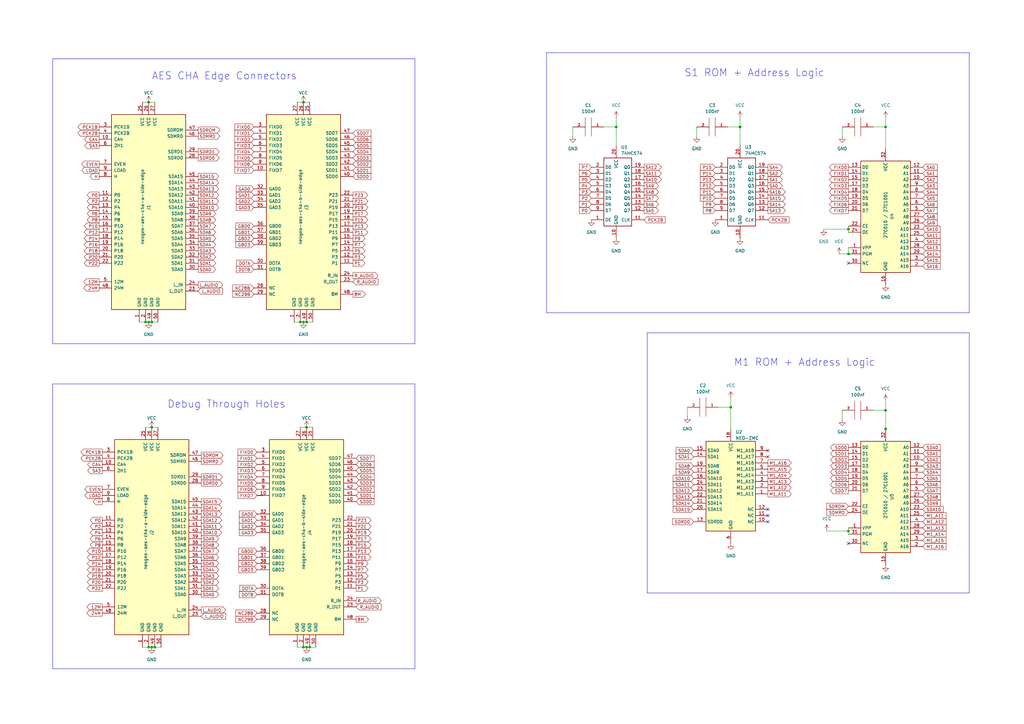
<source format=kicad_sch>
(kicad_sch (version 20230121) (generator eeschema)
  (paper "A3")
  (title_block (title "Neo Gep Diag AES CHA Board (NEO-ZMC)") (date "${REV}") (rev "${REV}"))
  (junction (at 60.96 132.08))
  (junction (at 62.23 175.26))
  (junction (at 124.46 265.43))
  (junction (at 127 265.43))
  (junction (at 62.23 132.08))
  (junction (at 363.22 168.275))
  (junction (at 125.73 132.08))
  (junction (at 123.19 132.08))
  (junction (at 124.46 41.91))
  (junction (at 62.23 265.43))
  (junction (at 363.22 175.895))
  (junction (at 125.73 265.43))
  (junction (at 363.22 52.07))
  (junction (at 347.98 104.14))
  (junction (at 63.5 265.43))
  (junction (at 60.96 41.91))
  (junction (at 125.73 175.26))
  (junction (at 59.69 132.08))
  (junction (at 60.96 265.43))
  (junction (at 252.73 52.07))
  (junction (at 347.98 93.98))
  (junction (at 303.53 52.07))
  (junction (at 299.72 167.005))
  (junction (at 124.46 132.08))
  (junction (at 347.98 217.805))
  (no_connect (at 347.98 107.95))
  (no_connect (at 314.96 208.915))
  (no_connect (at 314.96 184.785))
  (no_connect (at 347.98 222.885))
  (no_connect (at 314.96 187.325))
  (no_connect (at 314.96 213.995))
  (no_connect (at 314.96 211.455))
  (wire (pts (xy 337.82 93.98) (xy 347.98 93.98)))
  (wire (pts (xy 60.96 265.43) (xy 62.23 265.43)))
  (wire (pts (xy 339.09 217.805) (xy 347.98 217.805)))
  (wire (pts (xy 358.14 168.275) (xy 363.22 168.275)))
  (wire (pts (xy 298.45 52.07) (xy 303.53 52.07)))
  (polyline (pts (xy 170.18 274.32) (xy 21.59 274.32)) (stroke (width 0) (type solid)))
  (wire (pts (xy 344.17 104.14) (xy 347.98 104.14)))
  (wire (pts (xy 121.92 265.43) (xy 124.46 265.43)))
  (wire (pts (xy 58.42 41.91) (xy 60.96 41.91)))
  (wire (pts (xy 58.42 265.43) (xy 60.96 265.43)))
  (wire (pts (xy 63.5 265.43) (xy 66.04 265.43)))
  (wire (pts (xy 124.46 265.43) (xy 125.73 265.43)))
  (wire (pts (xy 299.72 163.195) (xy 299.72 167.005)))
  (wire (pts (xy 363.22 164.465) (xy 363.22 168.275)))
  (wire (pts (xy 127 265.43) (xy 129.54 265.43)))
  (polyline (pts (xy 21.59 24.13) (xy 170.18 24.13)) (stroke (width 0) (type solid)))
  (wire (pts (xy 60.96 41.91) (xy 63.5 41.91)))
  (polyline (pts (xy 224.155 128.27) (xy 224.155 21.59)) (stroke (width 0) (type solid)))
  (wire (pts (xy 123.19 132.08) (xy 124.46 132.08)))
  (wire (pts (xy 247.65 52.07) (xy 252.73 52.07)))
  (polyline (pts (xy 170.18 24.13) (xy 170.18 140.97)) (stroke (width 0) (type solid)))
  (polyline (pts (xy 21.59 157.48) (xy 170.18 157.48)) (stroke (width 0) (type solid)))
  (wire (pts (xy 347.98 101.6) (xy 347.98 104.14)))
  (wire (pts (xy 345.44 168.275) (xy 345.44 172.085)))
  (wire (pts (xy 358.14 52.07) (xy 363.22 52.07)))
  (wire (pts (xy 120.65 132.08) (xy 123.19 132.08)))
  (wire (pts (xy 345.44 52.07) (xy 345.44 55.88)))
  (wire (pts (xy 62.23 265.43) (xy 63.5 265.43)))
  (wire (pts (xy 347.98 216.535) (xy 347.98 217.805)))
  (wire (pts (xy 347.98 93.98) (xy 347.98 95.25)))
  (wire (pts (xy 363.22 48.26) (xy 363.22 52.07)))
  (polyline (pts (xy 265.43 243.205) (xy 265.43 136.525)) (stroke (width 0) (type solid)))
  (polyline (pts (xy 170.18 157.48) (xy 170.18 274.32)) (stroke (width 0) (type solid)))
  (wire (pts (xy 363.22 175.895) (xy 363.22 177.165)))
  (wire (pts (xy 57.15 132.08) (xy 59.69 132.08)))
  (wire (pts (xy 124.46 132.08) (xy 125.73 132.08)))
  (polyline (pts (xy 265.43 136.525) (xy 397.51 136.525)) (stroke (width 0) (type solid)))
  (polyline (pts (xy 224.155 21.59) (xy 397.51 21.59)) (stroke (width 0) (type solid)))
  (wire (pts (xy 281.94 167.005) (xy 281.94 170.815)))
  (wire (pts (xy 234.95 52.07) (xy 234.95 55.88)))
  (polyline (pts (xy 397.51 128.27) (xy 397.51 21.59)) (stroke (width 0) (type solid)))
  (wire (pts (xy 363.22 168.275) (xy 363.22 175.895)))
  (polyline (pts (xy 21.59 24.13) (xy 21.59 140.97)) (stroke (width 0) (type solid)))
  (wire (pts (xy 62.23 132.08) (xy 64.77 132.08)))
  (wire (pts (xy 125.73 175.26) (xy 128.27 175.26)))
  (wire (pts (xy 125.73 265.43) (xy 127 265.43)))
  (wire (pts (xy 294.64 167.005) (xy 299.72 167.005)))
  (wire (pts (xy 60.96 132.08) (xy 62.23 132.08)))
  (wire (pts (xy 62.23 175.26) (xy 64.77 175.26)))
  (wire (pts (xy 121.92 41.91) (xy 124.46 41.91)))
  (wire (pts (xy 303.53 52.07) (xy 303.53 59.69)))
  (polyline (pts (xy 224.155 128.27) (xy 397.51 128.27)) (stroke (width 0) (type solid)))
  (wire (pts (xy 285.75 52.07) (xy 285.75 55.88)))
  (wire (pts (xy 299.72 167.005) (xy 299.72 175.895)))
  (wire (pts (xy 347.98 217.805) (xy 347.98 219.075)))
  (wire (pts (xy 123.19 175.26) (xy 125.73 175.26)))
  (wire (pts (xy 125.73 132.08) (xy 128.27 132.08)))
  (polyline (pts (xy 170.18 140.97) (xy 21.59 140.97)) (stroke (width 0) (type solid)))
  (wire (pts (xy 303.53 48.26) (xy 303.53 52.07)))
  (wire (pts (xy 363.22 52.07) (xy 363.22 60.96)))
  (wire (pts (xy 59.69 132.08) (xy 60.96 132.08)))
  (polyline (pts (xy 21.59 157.48) (xy 21.59 274.32)) (stroke (width 0) (type solid)))
  (polyline (pts (xy 397.51 243.205) (xy 397.51 136.525)) (stroke (width 0) (type solid)))
  (wire (pts (xy 347.98 92.71) (xy 347.98 93.98)))
  (wire (pts (xy 252.73 48.26) (xy 252.73 52.07)))
  (wire (pts (xy 252.73 52.07) (xy 252.73 59.69)))
  (polyline (pts (xy 265.43 243.205) (xy 397.51 243.205)) (stroke (width 0) (type solid)))
  (wire (pts (xy 124.46 41.91) (xy 127 41.91)))
  (wire (pts (xy 59.69 175.26) (xy 62.23 175.26)))
  (text "S1 ROM + Address Logic" (at 280.67 31.75 0) (effects (font (size 3 3)) (justify left bottom)))
  (text "M1 ROM + Address Logic" (at 300.99 150.495 0) (effects (font (size 3 3)) (justify left bottom)))
  (text "Debug Through Holes" (at 68.58 167.64 0) (effects (font (size 3 3)) (justify left bottom)))
  (text "AES CHA Edge Connectors" (at 62.23 33.02 0) (effects (font (size 3 3)) (justify left bottom)))
  (global_label "SDRD0" (shape output) (at 82.55 198.12 0) (property "Intersheetrefs" "${INTERSHEET_REFS}" (effects hide)))
  (global_label "PCK2B" (shape input) (at 264.16 90.17 0) (property "Intersheetrefs" "${INTERSHEET_REFS}" (effects hide)))
  (global_label "FIXD4" (shape output) (at 347.98 78.74 180) (property "Intersheetrefs" "${INTERSHEET_REFS}" (effects hide)))
  (global_label "GAD1" (shape input) (at 105.41 213.36 180) (property "Intersheetrefs" "${INTERSHEET_REFS}" (effects hide)))
  (global_label "P5" (shape output) (at 144.78 102.87 0) (property "Intersheetrefs" "${INTERSHEET_REFS}" (effects hide)))
  (global_label "SA13" (shape output) (at 314.96 86.36 0) (property "Intersheetrefs" "${INTERSHEET_REFS}" (effects hide)))
  (global_label "P6" (shape output) (at 40.64 87.63 180) (property "Intersheetrefs" "${INTERSHEET_REFS}" (effects hide)))
  (global_label "P12" (shape output) (at 40.64 95.25 180) (property "Intersheetrefs" "${INTERSHEET_REFS}" (effects hide)))
  (global_label "R_AUDIO" (shape output) (at 144.78 113.03 0) (property "Intersheetrefs" "${INTERSHEET_REFS}" (effects hide)))
  (global_label "SA11" (shape input) (at 378.46 96.52 0) (property "Intersheetrefs" "${INTERSHEET_REFS}" (effects hide)))
  (global_label "DOTB" (shape input) (at 105.41 243.84 180) (property "Intersheetrefs" "${INTERSHEET_REFS}" (effects hide)))
  (global_label "SDD0" (shape input) (at 144.78 72.39 0) (property "Intersheetrefs" "${INTERSHEET_REFS}" (effects hide)))
  (global_label "SDMRD" (shape output) (at 81.28 55.88 0) (property "Intersheetrefs" "${INTERSHEET_REFS}" (effects hide)))
  (global_label "SA1" (shape output) (at 314.96 73.66 0) (property "Intersheetrefs" "${INTERSHEET_REFS}" (effects hide)))
  (global_label "P4" (shape input) (at 242.57 76.2 180) (property "Intersheetrefs" "${INTERSHEET_REFS}" (effects hide)))
  (global_label "GBD3" (shape input) (at 105.41 233.68 180) (property "Intersheetrefs" "${INTERSHEET_REFS}" (effects hide)))
  (global_label "H" (shape output) (at 40.64 72.39 180) (property "Intersheetrefs" "${INTERSHEET_REFS}" (effects hide)))
  (global_label "P20" (shape output) (at 41.91 238.76 180) (property "Intersheetrefs" "${INTERSHEET_REFS}" (effects hide)))
  (global_label "GAD3" (shape input) (at 105.41 218.44 180) (property "Intersheetrefs" "${INTERSHEET_REFS}" (effects hide)))
  (global_label "SA6" (shape output) (at 264.16 83.82 0) (property "Intersheetrefs" "${INTERSHEET_REFS}" (effects hide)))
  (global_label "GBD1" (shape input) (at 105.41 228.6 180) (property "Intersheetrefs" "${INTERSHEET_REFS}" (effects hide)))
  (global_label "SDD3" (shape input) (at 146.05 198.12 0) (property "Intersheetrefs" "${INTERSHEET_REFS}" (effects hide)))
  (global_label "SA14" (shape output) (at 314.96 83.82 0) (property "Intersheetrefs" "${INTERSHEET_REFS}" (effects hide)))
  (global_label "SA11" (shape output) (at 264.16 71.12 0) (property "Intersheetrefs" "${INTERSHEET_REFS}" (effects hide)))
  (global_label "SA2" (shape output) (at 314.96 71.12 0) (property "Intersheetrefs" "${INTERSHEET_REFS}" (effects hide)))
  (global_label "SDA2" (shape output) (at 82.55 238.76 0) (property "Intersheetrefs" "${INTERSHEET_REFS}" (effects hide)))
  (global_label "DOTA" (shape input) (at 104.14 107.95 180) (property "Intersheetrefs" "${INTERSHEET_REFS}" (effects hide)))
  (global_label "P7" (shape input) (at 242.57 68.58 180) (property "Intersheetrefs" "${INTERSHEET_REFS}" (effects hide)))
  (global_label "SDA15" (shape output) (at 82.55 205.74 0) (property "Intersheetrefs" "${INTERSHEET_REFS}" (effects hide)))
  (global_label "M1_A15" (shape output) (at 314.96 192.405 0) (property "Intersheetrefs" "${INTERSHEET_REFS}" (effects hide)))
  (global_label "SA15" (shape output) (at 314.96 81.28 0) (property "Intersheetrefs" "${INTERSHEET_REFS}" (effects hide)))
  (global_label "GAD0" (shape input) (at 105.41 210.82 180) (property "Intersheetrefs" "${INTERSHEET_REFS}" (effects hide)))
  (global_label "H" (shape output) (at 41.91 205.74 180) (property "Intersheetrefs" "${INTERSHEET_REFS}" (effects hide)))
  (global_label "P23" (shape output) (at 144.78 80.01 0) (property "Intersheetrefs" "${INTERSHEET_REFS}" (effects hide)))
  (global_label "GAD0" (shape input) (at 104.14 77.47 180) (property "Intersheetrefs" "${INTERSHEET_REFS}" (effects hide)))
  (global_label "SDD0" (shape output) (at 347.98 183.515 180) (property "Intersheetrefs" "${INTERSHEET_REFS}" (effects hide)))
  (global_label "GAD3" (shape input) (at 104.14 85.09 180) (property "Intersheetrefs" "${INTERSHEET_REFS}" (effects hide)))
  (global_label "L_AUDIO" (shape input) (at 81.28 119.38 0) (property "Intersheetrefs" "${INTERSHEET_REFS}" (effects hide)))
  (global_label "GAD2" (shape input) (at 104.14 82.55 180) (property "Intersheetrefs" "${INTERSHEET_REFS}" (effects hide)))
  (global_label "SDD6" (shape output) (at 347.98 198.755 180) (property "Intersheetrefs" "${INTERSHEET_REFS}" (effects hide)))
  (global_label "NC29B" (shape input) (at 104.14 120.65 180) (property "Intersheetrefs" "${INTERSHEET_REFS}" (effects hide)))
  (global_label "SDA14" (shape output) (at 81.28 74.93 0) (property "Intersheetrefs" "${INTERSHEET_REFS}" (effects hide)))
  (global_label "FIXD1" (shape output) (at 347.98 71.12 180) (property "Intersheetrefs" "${INTERSHEET_REFS}" (effects hide)))
  (global_label "SA3" (shape output) (at 41.91 193.04 180) (property "Intersheetrefs" "${INTERSHEET_REFS}" (effects hide)))
  (global_label "FIXD7" (shape output) (at 347.98 86.36 180) (property "Intersheetrefs" "${INTERSHEET_REFS}" (effects hide)))
  (global_label "SA3" (shape input) (at 378.46 76.2 0) (property "Intersheetrefs" "${INTERSHEET_REFS}" (effects hide)))
  (global_label "SDD7" (shape input) (at 146.05 187.96 0) (property "Intersheetrefs" "${INTERSHEET_REFS}" (effects hide)))
  (global_label "NC29B" (shape input) (at 105.41 254 180) (property "Intersheetrefs" "${INTERSHEET_REFS}" (effects hide)))
  (global_label "M1_A12" (shape input) (at 378.46 213.995 0) (property "Intersheetrefs" "${INTERSHEET_REFS}" (effects hide)))
  (global_label "P12" (shape output) (at 41.91 228.6 180) (property "Intersheetrefs" "${INTERSHEET_REFS}" (effects hide)))
  (global_label "SDA11" (shape output) (at 81.28 82.55 0) (property "Intersheetrefs" "${INTERSHEET_REFS}" (effects hide)))
  (global_label "DOTA" (shape input) (at 105.41 241.3 180) (property "Intersheetrefs" "${INTERSHEET_REFS}" (effects hide)))
  (global_label "FIXD5" (shape input) (at 104.14 64.77 180) (property "Intersheetrefs" "${INTERSHEET_REFS}" (effects hide)))
  (global_label "SDA11" (shape output) (at 82.55 215.9 0) (property "Intersheetrefs" "${INTERSHEET_REFS}" (effects hide)))
  (global_label "SDA0" (shape output) (at 82.55 243.84 0) (property "Intersheetrefs" "${INTERSHEET_REFS}" (effects hide)))
  (global_label "L_AUDIO" (shape input) (at 82.55 252.73 0) (property "Intersheetrefs" "${INTERSHEET_REFS}" (effects hide)))
  (global_label "GBD1" (shape input) (at 104.14 95.25 180) (property "Intersheetrefs" "${INTERSHEET_REFS}" (effects hide)))
  (global_label "SDA9" (shape output) (at 82.55 220.98 0) (property "Intersheetrefs" "${INTERSHEET_REFS}" (effects hide)))
  (global_label "P9" (shape output) (at 146.05 231.14 0) (property "Intersheetrefs" "${INTERSHEET_REFS}" (effects hide)))
  (global_label "P1" (shape output) (at 146.05 241.3 0) (property "Intersheetrefs" "${INTERSHEET_REFS}" (effects hide)))
  (global_label "P8" (shape output) (at 41.91 223.52 180) (property "Intersheetrefs" "${INTERSHEET_REFS}" (effects hide)))
  (global_label "EVEN" (shape output) (at 41.91 200.66 180) (property "Intersheetrefs" "${INTERSHEET_REFS}" (effects hide)))
  (global_label "P13" (shape output) (at 144.78 92.71 0) (property "Intersheetrefs" "${INTERSHEET_REFS}" (effects hide)))
  (global_label "SDA10" (shape output) (at 81.28 85.09 0) (property "Intersheetrefs" "${INTERSHEET_REFS}" (effects hide)))
  (global_label "PCK1B" (shape output) (at 40.64 52.07 180) (property "Intersheetrefs" "${INTERSHEET_REFS}" (effects hide)))
  (global_label "FIXD6" (shape input) (at 104.14 67.31 180) (property "Intersheetrefs" "${INTERSHEET_REFS}" (effects hide)))
  (global_label "P7" (shape output) (at 144.78 100.33 0) (property "Intersheetrefs" "${INTERSHEET_REFS}" (effects hide)))
  (global_label "P17" (shape output) (at 144.78 87.63 0) (property "Intersheetrefs" "${INTERSHEET_REFS}" (effects hide)))
  (global_label "P18" (shape output) (at 41.91 236.22 180) (property "Intersheetrefs" "${INTERSHEET_REFS}" (effects hide)))
  (global_label "P10" (shape output) (at 41.91 226.06 180) (property "Intersheetrefs" "${INTERSHEET_REFS}" (effects hide)))
  (global_label "SA13" (shape input) (at 378.46 101.6 0) (property "Intersheetrefs" "${INTERSHEET_REFS}" (effects hide)))
  (global_label "SA4" (shape output) (at 314.96 68.58 0) (property "Intersheetrefs" "${INTERSHEET_REFS}" (effects hide)))
  (global_label "GAD1" (shape input) (at 104.14 80.01 180) (property "Intersheetrefs" "${INTERSHEET_REFS}" (effects hide)))
  (global_label "P18" (shape output) (at 40.64 102.87 180) (property "Intersheetrefs" "${INTERSHEET_REFS}" (effects hide)))
  (global_label "SDA8" (shape input) (at 284.48 191.135 180) (property "Intersheetrefs" "${INTERSHEET_REFS}" (effects hide)))
  (global_label "SDD2" (shape input) (at 146.05 200.66 0) (property "Intersheetrefs" "${INTERSHEET_REFS}" (effects hide)))
  (global_label "SDRD1" (shape output) (at 82.55 195.58 0) (property "Intersheetrefs" "${INTERSHEET_REFS}" (effects hide)))
  (global_label "12M" (shape output) (at 41.91 248.92 180) (property "Intersheetrefs" "${INTERSHEET_REFS}" (effects hide)))
  (global_label "SA2" (shape input) (at 378.46 73.66 0) (property "Intersheetrefs" "${INTERSHEET_REFS}" (effects hide)))
  (global_label "SDA8" (shape output) (at 81.28 90.17 0) (property "Intersheetrefs" "${INTERSHEET_REFS}" (effects hide)))
  (global_label "P12" (shape input) (at 293.37 76.2 180) (property "Intersheetrefs" "${INTERSHEET_REFS}" (effects hide)))
  (global_label "LOAD" (shape output) (at 40.64 69.85 180) (property "Intersheetrefs" "${INTERSHEET_REFS}" (effects hide)))
  (global_label "P8" (shape output) (at 40.64 90.17 180) (property "Intersheetrefs" "${INTERSHEET_REFS}" (effects hide)))
  (global_label "FIXD4" (shape input) (at 105.41 195.58 180) (property "Intersheetrefs" "${INTERSHEET_REFS}" (effects hide)))
  (global_label "GBD3" (shape input) (at 104.14 100.33 180) (property "Intersheetrefs" "${INTERSHEET_REFS}" (effects hide)))
  (global_label "SDD7" (shape output) (at 347.98 201.295 180) (property "Intersheetrefs" "${INTERSHEET_REFS}" (effects hide)))
  (global_label "SDD1" (shape output) (at 347.98 186.055 180) (property "Intersheetrefs" "${INTERSHEET_REFS}" (effects hide)))
  (global_label "SDMRD" (shape output) (at 82.55 189.23 0) (property "Intersheetrefs" "${INTERSHEET_REFS}" (effects hide)))
  (global_label "P3" (shape input) (at 242.57 78.74 180) (property "Intersheetrefs" "${INTERSHEET_REFS}" (effects hide)))
  (global_label "SDD0" (shape input) (at 146.05 205.74 0) (property "Intersheetrefs" "${INTERSHEET_REFS}" (effects hide)))
  (global_label "SDA0" (shape output) (at 81.28 110.49 0) (property "Intersheetrefs" "${INTERSHEET_REFS}" (effects hide)))
  (global_label "SDD6" (shape input) (at 146.05 190.5 0) (property "Intersheetrefs" "${INTERSHEET_REFS}" (effects hide)))
  (global_label "SA16" (shape output) (at 314.96 78.74 0) (property "Intersheetrefs" "${INTERSHEET_REFS}" (effects hide)))
  (global_label "FIXD4" (shape input) (at 104.14 62.23 180) (property "Intersheetrefs" "${INTERSHEET_REFS}" (effects hide)))
  (global_label "SDD1" (shape input) (at 144.78 69.85 0) (property "Intersheetrefs" "${INTERSHEET_REFS}" (effects hide)))
  (global_label "SDA14" (shape output) (at 82.55 208.28 0) (property "Intersheetrefs" "${INTERSHEET_REFS}" (effects hide)))
  (global_label "SDA6" (shape output) (at 81.28 95.25 0) (property "Intersheetrefs" "${INTERSHEET_REFS}" (effects hide)))
  (global_label "NC28B" (shape input) (at 104.14 118.11 180) (property "Intersheetrefs" "${INTERSHEET_REFS}" (effects hide)))
  (global_label "M1_A12" (shape output) (at 314.96 200.025 0) (property "Intersheetrefs" "${INTERSHEET_REFS}" (effects hide)))
  (global_label "P11" (shape output) (at 146.05 228.6 0) (property "Intersheetrefs" "${INTERSHEET_REFS}" (effects hide)))
  (global_label "SDA5" (shape output) (at 81.28 97.79 0) (property "Intersheetrefs" "${INTERSHEET_REFS}" (effects hide)))
  (global_label "FIXD2" (shape output) (at 347.98 73.66 180) (property "Intersheetrefs" "${INTERSHEET_REFS}" (effects hide)))
  (global_label "SDA2" (shape input) (at 378.46 188.595 0) (property "Intersheetrefs" "${INTERSHEET_REFS}" (effects hide)))
  (global_label "SDD3" (shape input) (at 144.78 64.77 0) (property "Intersheetrefs" "${INTERSHEET_REFS}" (effects hide)))
  (global_label "SDA10" (shape output) (at 82.55 218.44 0) (property "Intersheetrefs" "${INTERSHEET_REFS}" (effects hide)))
  (global_label "FIXD5" (shape output) (at 347.98 81.28 180) (property "Intersheetrefs" "${INTERSHEET_REFS}" (effects hide)))
  (global_label "SDA9" (shape output) (at 81.28 87.63 0) (property "Intersheetrefs" "${INTERSHEET_REFS}" (effects hide)))
  (global_label "SDA10" (shape input) (at 284.48 196.215 180) (property "Intersheetrefs" "${INTERSHEET_REFS}" (effects hide)))
  (global_label "SDD5" (shape input) (at 144.78 59.69 0) (property "Intersheetrefs" "${INTERSHEET_REFS}" (effects hide)))
  (global_label "SA10" (shape input) (at 378.46 93.98 0) (property "Intersheetrefs" "${INTERSHEET_REFS}" (effects hide)))
  (global_label "SDA15" (shape input) (at 284.48 208.915 180) (property "Intersheetrefs" "${INTERSHEET_REFS}" (effects hide)))
  (global_label "SDA3" (shape input) (at 378.46 191.135 0) (property "Intersheetrefs" "${INTERSHEET_REFS}" (effects hide)))
  (global_label "SA15" (shape input) (at 378.46 106.68 0) (property "Intersheetrefs" "${INTERSHEET_REFS}" (effects hide)))
  (global_label "SA9" (shape output) (at 264.16 76.2 0) (property "Intersheetrefs" "${INTERSHEET_REFS}" (effects hide)))
  (global_label "SA9" (shape input) (at 378.46 91.44 0) (property "Intersheetrefs" "${INTERSHEET_REFS}" (effects hide)))
  (global_label "SDA3" (shape output) (at 82.55 236.22 0) (property "Intersheetrefs" "${INTERSHEET_REFS}" (effects hide)))
  (global_label "P3" (shape output) (at 144.78 105.41 0) (property "Intersheetrefs" "${INTERSHEET_REFS}" (effects hide)))
  (global_label "SDD1" (shape input) (at 146.05 203.2 0) (property "Intersheetrefs" "${INTERSHEET_REFS}" (effects hide)))
  (global_label "P22" (shape output) (at 41.91 241.3 180) (property "Intersheetrefs" "${INTERSHEET_REFS}" (effects hide)))
  (global_label "P2" (shape output) (at 40.64 82.55 180) (property "Intersheetrefs" "${INTERSHEET_REFS}" (effects hide)))
  (global_label "FIXD3" (shape input) (at 104.14 59.69 180) (property "Intersheetrefs" "${INTERSHEET_REFS}" (effects hide)))
  (global_label "P14" (shape input) (at 293.37 71.12 180) (property "Intersheetrefs" "${INTERSHEET_REFS}" (effects hide)))
  (global_label "24M" (shape output) (at 41.91 251.46 180) (property "Intersheetrefs" "${INTERSHEET_REFS}" (effects hide)))
  (global_label "SDA1" (shape input) (at 284.48 187.325 180) (property "Intersheetrefs" "${INTERSHEET_REFS}" (effects hide)))
  (global_label "M1_A13" (shape input) (at 378.46 216.535 0) (property "Intersheetrefs" "${INTERSHEET_REFS}" (effects hide)))
  (global_label "SA5" (shape input) (at 378.46 81.28 0) (property "Intersheetrefs" "${INTERSHEET_REFS}" (effects hide)))
  (global_label "R_AUDIO" (shape input) (at 144.78 115.57 0) (property "Intersheetrefs" "${INTERSHEET_REFS}" (effects hide)))
  (global_label "SA8" (shape output) (at 264.16 78.74 0) (property "Intersheetrefs" "${INTERSHEET_REFS}" (effects hide)))
  (global_label "P4" (shape output) (at 41.91 218.44 180) (property "Intersheetrefs" "${INTERSHEET_REFS}" (effects hide)))
  (global_label "SA4" (shape input) (at 378.46 78.74 0) (property "Intersheetrefs" "${INTERSHEET_REFS}" (effects hide)))
  (global_label "SDA1" (shape input) (at 378.46 186.055 0) (property "Intersheetrefs" "${INTERSHEET_REFS}" (effects hide)))
  (global_label "FIXD1" (shape input) (at 105.41 187.96 180) (property "Intersheetrefs" "${INTERSHEET_REFS}" (effects hide)))
  (global_label "SDA7" (shape input) (at 378.46 201.295 0) (property "Intersheetrefs" "${INTERSHEET_REFS}" (effects hide)))
  (global_label "PCK1B" (shape output) (at 41.91 185.42 180) (property "Intersheetrefs" "${INTERSHEET_REFS}" (effects hide)))
  (global_label "P19" (shape output) (at 144.78 85.09 0) (property "Intersheetrefs" "${INTERSHEET_REFS}" (effects hide)))
  (global_label "P13" (shape input) (at 293.37 73.66 180) (property "Intersheetrefs" "${INTERSHEET_REFS}" (effects hide)))
  (global_label "SA6" (shape input) (at 378.46 83.82 0) (property "Intersheetrefs" "${INTERSHEET_REFS}" (effects hide)))
  (global_label "SDA6" (shape output) (at 82.55 228.6 0) (property "Intersheetrefs" "${INTERSHEET_REFS}" (effects hide)))
  (global_label "SA10" (shape output) (at 264.16 73.66 0) (property "Intersheetrefs" "${INTERSHEET_REFS}" (effects hide)))
  (global_label "PCK2B" (shape output) (at 41.91 187.96 180) (property "Intersheetrefs" "${INTERSHEET_REFS}" (effects hide)))
  (global_label "FIXD5" (shape input) (at 105.41 198.12 180) (property "Intersheetrefs" "${INTERSHEET_REFS}" (effects hide)))
  (global_label "P16" (shape output) (at 41.91 233.68 180) (property "Intersheetrefs" "${INTERSHEET_REFS}" (effects hide)))
  (global_label "SDRD1" (shape output) (at 81.28 62.23 0) (property "Intersheetrefs" "${INTERSHEET_REFS}" (effects hide)))
  (global_label "M1_A11" (shape input) (at 378.46 211.455 0) (property "Intersheetrefs" "${INTERSHEET_REFS}" (effects hide)))
  (global_label "SDROM" (shape output) (at 82.55 186.69 0) (property "Intersheetrefs" "${INTERSHEET_REFS}" (effects hide)))
  (global_label "24M" (shape output) (at 40.64 118.11 180) (property "Intersheetrefs" "${INTERSHEET_REFS}" (effects hide)))
  (global_label "SDA2" (shape output) (at 81.28 105.41 0) (property "Intersheetrefs" "${INTERSHEET_REFS}" (effects hide)))
  (global_label "SDA11" (shape input) (at 284.48 198.755 180) (property "Intersheetrefs" "${INTERSHEET_REFS}" (effects hide)))
  (global_label "SDMRD" (shape input) (at 347.98 210.185 180) (property "Intersheetrefs" "${INTERSHEET_REFS}" (effects hide)))
  (global_label "SDA5" (shape input) (at 378.46 196.215 0) (property "Intersheetrefs" "${INTERSHEET_REFS}" (effects hide)))
  (global_label "P22" (shape output) (at 40.64 107.95 180) (property "Intersheetrefs" "${INTERSHEET_REFS}" (effects hide)))
  (global_label "NC28B" (shape input) (at 105.41 251.46 180) (property "Intersheetrefs" "${INTERSHEET_REFS}" (effects hide)))
  (global_label "FIXD7" (shape input) (at 104.14 69.85 180) (property "Intersheetrefs" "${INTERSHEET_REFS}" (effects hide)))
  (global_label "SA7" (shape input) (at 378.46 86.36 0) (property "Intersheetrefs" "${INTERSHEET_REFS}" (effects hide)))
  (global_label "GBD2" (shape input) (at 105.41 231.14 180) (property "Intersheetrefs" "${INTERSHEET_REFS}" (effects hide)))
  (global_label "SA1" (shape input) (at 378.46 71.12 0) (property "Intersheetrefs" "${INTERSHEET_REFS}" (effects hide)))
  (global_label "SDA8" (shape output) (at 82.55 223.52 0) (property "Intersheetrefs" "${INTERSHEET_REFS}" (effects hide)))
  (global_label "P16" (shape output) (at 40.64 100.33 180) (property "Intersheetrefs" "${INTERSHEET_REFS}" (effects hide)))
  (global_label "M1_A11" (shape output) (at 314.96 202.565 0) (property "Intersheetrefs" "${INTERSHEET_REFS}" (effects hide)))
  (global_label "SDA10" (shape input) (at 378.46 208.915 0) (property "Intersheetrefs" "${INTERSHEET_REFS}" (effects hide)))
  (global_label "SDA12" (shape output) (at 82.55 213.36 0) (property "Intersheetrefs" "${INTERSHEET_REFS}" (effects hide)))
  (global_label "SDA9" (shape input) (at 378.46 206.375 0) (property "Intersheetrefs" "${INTERSHEET_REFS}" (effects hide)))
  (global_label "P17" (shape output) (at 146.05 220.98 0) (property "Intersheetrefs" "${INTERSHEET_REFS}" (effects hide)))
  (global_label "SDA4" (shape output) (at 82.55 233.68 0) (property "Intersheetrefs" "${INTERSHEET_REFS}" (effects hide)))
  (global_label "SDA0" (shape input) (at 378.46 183.515 0) (property "Intersheetrefs" "${INTERSHEET_REFS}" (effects hide)))
  (global_label "P6" (shape output) (at 41.91 220.98 180) (property "Intersheetrefs" "${INTERSHEET_REFS}" (effects hide)))
  (global_label "SDA4" (shape input) (at 378.46 193.675 0) (property "Intersheetrefs" "${INTERSHEET_REFS}" (effects hide)))
  (global_label "M1_A14" (shape output) (at 314.96 194.945 0) (property "Intersheetrefs" "${INTERSHEET_REFS}" (effects hide)))
  (global_label "P21" (shape output) (at 146.05 215.9 0) (property "Intersheetrefs" "${INTERSHEET_REFS}" (effects hide)))
  (global_label "SDA12" (shape input) (at 284.48 201.295 180) (property "Intersheetrefs" "${INTERSHEET_REFS}" (effects hide)))
  (global_label "P13" (shape output) (at 146.05 226.06 0) (property "Intersheetrefs" "${INTERSHEET_REFS}" (effects hide)))
  (global_label "SDA7" (shape output) (at 81.28 92.71 0) (property "Intersheetrefs" "${INTERSHEET_REFS}" (effects hide)))
  (global_label "SDROM" (shape output) (at 81.28 53.34 0) (property "Intersheetrefs" "${INTERSHEET_REFS}" (effects hide)))
  (global_label "SA12" (shape output) (at 264.16 68.58 0) (property "Intersheetrefs" "${INTERSHEET_REFS}" (effects hide)))
  (global_label "SDA4" (shape output) (at 81.28 100.33 0) (property "Intersheetrefs" "${INTERSHEET_REFS}" (effects hide)))
  (global_label "SDD5" (shape output) (at 347.98 196.215 180) (property "Intersheetrefs" "${INTERSHEET_REFS}" (effects hide)))
  (global_label "P14" (shape output) (at 40.64 97.79 180) (property "Intersheetrefs" "${INTERSHEET_REFS}" (effects hide)))
  (global_label "P3" (shape output) (at 146.05 238.76 0) (property "Intersheetrefs" "${INTERSHEET_REFS}" (effects hide)))
  (global_label "SDA9" (shape input) (at 284.48 193.675 180) (property "Intersheetrefs" "${INTERSHEET_REFS}" (effects hide)))
  (global_label "DOTB" (shape input) (at 104.14 110.49 180) (property "Intersheetrefs" "${INTERSHEET_REFS}" (effects hide)))
  (global_label "SDRD0" (shape output) (at 81.28 64.77 0) (property "Intersheetrefs" "${INTERSHEET_REFS}" (effects hide)))
  (global_label "P2" (shape output) (at 41.91 215.9 180) (property "Intersheetrefs" "${INTERSHEET_REFS}" (effects hide)))
  (global_label "P11" (shape input) (at 293.37 78.74 180) (property "Intersheetrefs" "${INTERSHEET_REFS}" (effects hide)))
  (global_label "SA0" (shape output) (at 314.96 76.2 0) (property "Intersheetrefs" "${INTERSHEET_REFS}" (effects hide)))
  (global_label "SDA1" (shape output) (at 82.55 241.3 0) (property "Intersheetrefs" "${INTERSHEET_REFS}" (effects hide)))
  (global_label "SA5" (shape output) (at 264.16 86.36 0) (property "Intersheetrefs" "${INTERSHEET_REFS}" (effects hide)))
  (global_label "P21" (shape output) (at 144.78 82.55 0) (property "Intersheetrefs" "${INTERSHEET_REFS}" (effects hide)))
  (global_label "L_AUDIO" (shape output) (at 81.28 116.84 0) (property "Intersheetrefs" "${INTERSHEET_REFS}" (effects hide)))
  (global_label "M1_A13" (shape output) (at 314.96 197.485 0) (property "Intersheetrefs" "${INTERSHEET_REFS}" (effects hide)))
  (global_label "GBD0" (shape input) (at 104.14 92.71 180) (property "Intersheetrefs" "${INTERSHEET_REFS}" (effects hide)))
  (global_label "FIXD2" (shape input) (at 104.14 57.15 180) (property "Intersheetrefs" "${INTERSHEET_REFS}" (effects hide)))
  (global_label "P9" (shape input) (at 293.37 83.82 180) (property "Intersheetrefs" "${INTERSHEET_REFS}" (effects hide)))
  (global_label "SDD2" (shape output) (at 347.98 188.595 180) (property "Intersheetrefs" "${INTERSHEET_REFS}" (effects hide)))
  (global_label "P0" (shape input) (at 242.57 86.36 180) (property "Intersheetrefs" "${INTERSHEET_REFS}" (effects hide)))
  (global_label "FIXD6" (shape input) (at 105.41 200.66 180) (property "Intersheetrefs" "${INTERSHEET_REFS}" (effects hide)))
  (global_label "SDA6" (shape input) (at 378.46 198.755 0) (property "Intersheetrefs" "${INTERSHEET_REFS}" (effects hide)))
  (global_label "P15" (shape output) (at 146.05 223.52 0) (property "Intersheetrefs" "${INTERSHEET_REFS}" (effects hide)))
  (global_label "P10" (shape input) (at 293.37 81.28 180) (property "Intersheetrefs" "${INTERSHEET_REFS}" (effects hide)))
  (global_label "P11" (shape output) (at 144.78 95.25 0) (property "Intersheetrefs" "${INTERSHEET_REFS}" (effects hide)))
  (global_label "FIXD0" (shape input) (at 104.14 52.07 180) (property "Intersheetrefs" "${INTERSHEET_REFS}" (effects hide)))
  (global_label "SA3" (shape output) (at 40.64 59.69 180) (property "Intersheetrefs" "${INTERSHEET_REFS}" (effects hide)))
  (global_label "FIXD6" (shape output) (at 347.98 83.82 180) (property "Intersheetrefs" "${INTERSHEET_REFS}" (effects hide)))
  (global_label "12M" (shape output) (at 40.64 115.57 180) (property "Intersheetrefs" "${INTERSHEET_REFS}" (effects hide)))
  (global_label "P8" (shape input) (at 293.37 86.36 180) (property "Intersheetrefs" "${INTERSHEET_REFS}" (effects hide)))
  (global_label "SDD4" (shape input) (at 144.78 62.23 0) (property "Intersheetrefs" "${INTERSHEET_REFS}" (effects hide)))
  (global_label "P23" (shape output) (at 146.05 213.36 0) (property "Intersheetrefs" "${INTERSHEET_REFS}" (effects hide)))
  (global_label "R_AUDIO" (shape output) (at 146.05 246.38 0) (property "Intersheetrefs" "${INTERSHEET_REFS}" (effects hide)))
  (global_label "FIXD7" (shape input) (at 105.41 203.2 180) (property "Intersheetrefs" "${INTERSHEET_REFS}" (effects hide)))
  (global_label "P9" (shape output) (at 144.78 97.79 0) (property "Intersheetrefs" "${INTERSHEET_REFS}" (effects hide)))
  (global_label "GBD0" (shape input) (at 105.41 226.06 180) (property "Intersheetrefs" "${INTERSHEET_REFS}" (effects hide)))
  (global_label "SDA8" (shape input) (at 378.46 203.835 0) (property "Intersheetrefs" "${INTERSHEET_REFS}" (effects hide)))
  (global_label "P14" (shape output) (at 41.91 231.14 180) (property "Intersheetrefs" "${INTERSHEET_REFS}" (effects hide)))
  (global_label "FIXD3" (shape input) (at 105.41 193.04 180) (property "Intersheetrefs" "${INTERSHEET_REFS}" (effects hide)))
  (global_label "M1_A14" (shape input) (at 378.46 219.075 0) (property "Intersheetrefs" "${INTERSHEET_REFS}" (effects hide)))
  (global_label "SDD4" (shape output) (at 347.98 193.675 180) (property "Intersheetrefs" "${INTERSHEET_REFS}" (effects hide)))
  (global_label "SDA3" (shape output) (at 81.28 102.87 0) (property "Intersheetrefs" "${INTERSHEET_REFS}" (effects hide)))
  (global_label "EVEN" (shape output) (at 40.64 67.31 180) (property "Intersheetrefs" "${INTERSHEET_REFS}" (effects hide)))
  (global_label "P7" (shape output) (at 146.05 233.68 0) (property "Intersheetrefs" "${INTERSHEET_REFS}" (effects hide)))
  (global_label "SDA15" (shape output) (at 81.28 72.39 0) (property "Intersheetrefs" "${INTERSHEET_REFS}" (effects hide)))
  (global_label "P6" (shape input) (at 242.57 71.12 180) (property "Intersheetrefs" "${INTERSHEET_REFS}" (effects hide)))
  (global_label "P20" (shape output) (at 40.64 105.41 180) (property "Intersheetrefs" "${INTERSHEET_REFS}" (effects hide)))
  (global_label "SDD6" (shape input) (at 144.78 57.15 0) (property "Intersheetrefs" "${INTERSHEET_REFS}" (effects hide)))
  (global_label "CA4" (shape output) (at 41.91 190.5 180) (property "Intersheetrefs" "${INTERSHEET_REFS}" (effects hide)))
  (global_label "CA4" (shape output) (at 40.64 57.15 180) (property "Intersheetrefs" "${INTERSHEET_REFS}" (effects hide)))
  (global_label "M1_A16" (shape output) (at 314.96 189.865 0) (property "Intersheetrefs" "${INTERSHEET_REFS}" (effects hide)))
  (global_label "SA14" (shape input) (at 378.46 104.14 0) (property "Intersheetrefs" "${INTERSHEET_REFS}" (effects hide)))
  (global_label "SDA13" (shape input) (at 284.48 203.835 180) (property "Intersheetrefs" "${INTERSHEET_REFS}" (effects hide)))
  (global_label "P1" (shape output) (at 144.78 107.95 0) (property "Intersheetrefs" "${INTERSHEET_REFS}" (effects hide)))
  (global_label "8M" (shape output) (at 146.05 254 0) (property "Intersheetrefs" "${INTERSHEET_REFS}" (effects hide)))
  (global_label "SDD3" (shape output) (at 347.98 191.135 180) (property "Intersheetrefs" "${INTERSHEET_REFS}" (effects hide)))
  (global_label "SDRD0" (shape input) (at 284.48 213.995 180) (property "Intersheetrefs" "${INTERSHEET_REFS}" (effects hide)))
  (global_label "FIXD0" (shape input) (at 105.41 185.42 180) (property "Intersheetrefs" "${INTERSHEET_REFS}" (effects hide)))
  (global_label "L_AUDIO" (shape output) (at 82.55 250.19 0) (property "Intersheetrefs" "${INTERSHEET_REFS}" (effects hide)))
  (global_label "FIXD1" (shape input) (at 104.14 54.61 180) (property "Intersheetrefs" "${INTERSHEET_REFS}" (effects hide)))
  (global_label "8M" (shape output) (at 144.78 120.65 0) (property "Intersheetrefs" "${INTERSHEET_REFS}" (effects hide)))
  (global_label "SA8" (shape input) (at 378.46 88.9 0) (property "Intersheetrefs" "${INTERSHEET_REFS}" (effects hide)))
  (global_label "P1" (shape input) (at 242.57 83.82 180) (property "Intersheetrefs" "${INTERSHEET_REFS}" (effects hide)))
  (global_label "M1_A16" (shape input) (at 378.46 224.155 0) (property "Intersheetrefs" "${INTERSHEET_REFS}" (effects hide)))
  (global_label "LOAD" (shape output) (at 41.91 203.2 180) (property "Intersheetrefs" "${INTERSHEET_REFS}" (effects hide)))
  (global_label "M1_A15" (shape input) (at 378.46 221.615 0) (property "Intersheetrefs" "${INTERSHEET_REFS}" (effects hide)))
  (global_label "SDA7" (shape output) (at 82.55 226.06 0) (property "Intersheetrefs" "${INTERSHEET_REFS}" (effects hide)))
  (global_label "P15" (shape input) (at 293.37 68.58 180) (property "Intersheetrefs" "${INTERSHEET_REFS}" (effects hide)))
  (global_label "SDD5" (shape input) (at 146.05 193.04 0) (property "Intersheetrefs" "${INTERSHEET_REFS}" (effects hide)))
  (global_label "FIXD3" (shape output) (at 347.98 76.2 180) (property "Intersheetrefs" "${INTERSHEET_REFS}" (effects hide)))
  (global_label "P5" (shape input) (at 242.57 73.66 180) (property "Intersheetrefs" "${INTERSHEET_REFS}" (effects hide)))
  (global_label "PCK2B" (shape output) (at 40.64 54.61 180) (property "Intersheetrefs" "${INTERSHEET_REFS}" (effects hide)))
  (global_label "P10" (shape output) (at 40.64 92.71 180) (property "Intersheetrefs" "${INTERSHEET_REFS}" (effects hide)))
  (global_label "GBD2" (shape input) (at 104.14 97.79 180) (property "Intersheetrefs" "${INTERSHEET_REFS}" (effects hide)))
  (global_label "P0" (shape output) (at 41.91 213.36 180) (property "Intersheetrefs" "${INTERSHEET_REFS}" (effects hide)))
  (global_label "SDROM" (shape input) (at 347.98 207.645 180) (property "Intersheetrefs" "${INTERSHEET_REFS}" (effects hide)))
  (global_label "P19" (shape output) (at 146.05 218.44 0) (property "Intersheetrefs" "${INTERSHEET_REFS}" (effects hide)))
  (global_label "SDA12" (shape output) (at 81.28 80.01 0) (property "Intersheetrefs" "${INTERSHEET_REFS}" (effects hide)))
  (global_label "SDA5" (shape output) (at 82.55 231.14 0) (property "Intersheetrefs" "${INTERSHEET_REFS}" (effects hide)))
  (global_label "SA0" (shape input) (at 378.46 68.58 0) (property "Intersheetrefs" "${INTERSHEET_REFS}" (effects hide)))
  (global_label "SA12" (shape input) (at 378.46 99.06 0) (property "Intersheetrefs" "${INTERSHEET_REFS}" (effects hide)))
  (global_label "SDD2" (shape input) (at 144.78 67.31 0) (property "Intersheetrefs" "${INTERSHEET_REFS}" (effects hide)))
  (global_label "P15" (shape output) (at 144.78 90.17 0) (property "Intersheetrefs" "${INTERSHEET_REFS}" (effects hide)))
  (global_label "P4" (shape output) (at 40.64 85.09 180) (property "Intersheetrefs" "${INTERSHEET_REFS}" (effects hide)))
  (global_label "SDA13" (shape output) (at 81.28 77.47 0) (property "Intersheetrefs" "${INTERSHEET_REFS}" (effects hide)))
  (global_label "SDA14" (shape input) (at 284.48 206.375 180) (property "Intersheetrefs" "${INTERSHEET_REFS}" (effects hide)))
  (global_label "PCK2B" (shape input) (at 314.96 90.17 0) (property "Intersheetrefs" "${INTERSHEET_REFS}" (effects hide)))
  (global_label "SA16" (shape input) (at 378.46 109.22 0) (property "Intersheetrefs" "${INTERSHEET_REFS}" (effects hide)))
  (global_label "SDA1" (shape output) (at 81.28 107.95 0) (property "Intersheetrefs" "${INTERSHEET_REFS}" (effects hide)))
  (global_label "SDD4" (shape input) (at 146.05 195.58 0) (property "Intersheetrefs" "${INTERSHEET_REFS}" (effects hide)))
  (global_label "SDD7" (shape input) (at 144.78 54.61 0) (property "Intersheetrefs" "${INTERSHEET_REFS}" (effects hide)))
  (global_label "P0" (shape output) (at 40.64 80.01 180) (property "Intersheetrefs" "${INTERSHEET_REFS}" (effects hide)))
  (global_label "P5" (shape output) (at 146.05 236.22 0) (property "Intersheetrefs" "${INTERSHEET_REFS}" (effects hide)))
  (global_label "R_AUDIO" (shape input) (at 146.05 248.92 0) (property "Intersheetrefs" "${INTERSHEET_REFS}" (effects hide)))
  (global_label "SA7" (shape output) (at 264.16 81.28 0) (property "Intersheetrefs" "${INTERSHEET_REFS}" (effects hide)))
  (global_label "SDA13" (shape output) (at 82.55 210.82 0) (property "Intersheetrefs" "${INTERSHEET_REFS}" (effects hide)))
  (global_label "P2" (shape input) (at 242.57 81.28 180) (property "Intersheetrefs" "${INTERSHEET_REFS}" (effects hide)))
  (global_label "FIXD2" (shape input) (at 105.41 190.5 180) (property "Intersheetrefs" "${INTERSHEET_REFS}" (effects hide)))
  (global_label "FIXD0" (shape output) (at 347.98 68.58 180) (property "Intersheetrefs" "${INTERSHEET_REFS}" (effects hide)))
  (global_label "GAD2" (shape input) (at 105.41 215.9 180) (property "Intersheetrefs" "${INTERSHEET_REFS}" (effects hide)))
  (global_label "SDA0" (shape input) (at 284.48 184.785 180) (property "Intersheetrefs" "${INTERSHEET_REFS}" (effects hide)))
  (symbol (lib_id "neogeo-diag:74x574") (at 303.53 78.74 0) (unit 1)
    (property "Reference" "U3" (at 305.4859 60.325 0) (effects (justify left)))
    (property "Value" "74HC574" (at 305.4859 62.865 0) (effects (justify left)))
    (property "Footprint" "Package_SO:SO-20_5.3x12.6mm_P1.27mm" (effects hide))
    (property "Datasheet" "https://www.ti.com/lit/ds/symlink/sn74hc574.pdf" (effects hide))
  )
  (symbol (lib_id "power:GND") (at 281.94 170.815 0) (unit 1)
    (property "Reference" "#PWR05" (effects hide))
    (property "Value" "GND" (at 281.94 175.895 0))
  )
  (symbol (lib_id "power:GND") (at 345.44 172.085 0) (unit 1)
    (property "Reference" "#PWR016" (effects hide))
    (property "Value" "GND" (at 345.44 177.165 0))
  )
  (symbol (lib_id "power:GND") (at 125.73 265.43 0) (unit 1)
    (property "Reference" "#PWR028" (effects hide))
    (property "Value" "GND" (at 125.73 270.51 0))
  )
  (symbol (lib_id "power:GND") (at 293.37 90.17 0) (unit 1)
    (property "Reference" "#PWR07" (effects hide))
    (property "Value" "GND" (at 293.37 95.25 0))
  )
  (symbol (lib_id "power:VCC") (at 125.73 175.26 0) (unit 1)
    (property "Reference" "#PWR027" (effects hide))
    (property "Value" "VCC" (at 125.73 171.45 0))
  )
  (symbol (lib_id "neogeo-diag:27C010") (at 363.22 203.835 0) (unit 1)
    (property "Reference" "U5" (at 365.76 205.105 90) (effects (justify left)))
    (property "Value" "27C010 / 27C1001" (at 363.22 212.725 90) (effects (justify left)))
    (property "Footprint" "Package_DIP:DIP-32_W15.24mm_Socket_LongPads" (effects hide))
  )
  (symbol (lib_id "power:VCC") (at 124.46 41.91 0) (unit 1)
    (property "Reference" "#PWR025" (effects hide))
    (property "Value" "VCC" (at 124.46 38.1 0))
  )
  (symbol (lib_id "power:VCC") (at 62.23 175.26 0) (unit 1)
    (property "Reference" "#PWR023" (effects hide))
    (property "Value" "VCC" (at 62.23 171.45 0))
  )
  (symbol (lib_id "power:GND") (at 242.57 90.17 0) (unit 1)
    (property "Reference" "#PWR02" (effects hide))
    (property "Value" "GND" (at 242.57 95.25 0))
  )
  (symbol (lib_id "power:VCC") (at 299.72 163.195 0) (mirror y) (unit 1)
    (property "Reference" "#PWR08" (effects hide))
    (property "Value" "VCC" (at 299.72 158.115 0))
  )
  (symbol (lib_id "power:VCC") (at 339.09 217.805 0) (mirror y) (unit 1)
    (property "Reference" "#PWR013" (effects hide))
    (property "Value" "VCC" (at 339.09 212.725 0))
  )
  (symbol (lib_id "neogeo-diag:74x574") (at 252.73 78.74 0) (unit 1)
    (property "Reference" "U1" (at 254.6859 60.325 0) (effects (justify left)))
    (property "Value" "74HC574" (at 254.6859 62.865 0) (effects (justify left)))
    (property "Footprint" "Package_SO:SO-20_5.3x12.6mm_P1.27mm" (effects hide))
    (property "Datasheet" "https://www.ti.com/lit/ds/symlink/sn74hc574.pdf" (effects hide))
  )
  (symbol (lib_id "neoge-diag:neogeo-aes-cha-b-side-edge") (at 124.46 85.09 0) (unit 1)
    (property "Reference" "J3" (at 125.73 86.36 90) (effects (justify left)))
    (property "Value" "neogeo-aes-cha-b-side-edge" (at 123.19 100.33 90) (effects (justify left)))
    (property "Footprint" "neogeo-diag:neogeo-aes-b-side-edge" (effects hide))
  )
  (symbol (lib_id "power:GND") (at 363.22 231.775 0) (unit 1)
    (property "Reference" "#PWR020" (effects hide))
    (property "Value" "GND" (at 363.22 236.855 0))
  )
  (symbol (lib_id "pspice:CAP") (at 288.29 167.005 270) (mirror x) (unit 1)
    (property "Reference" "C2" (at 288.29 158.115 90))
    (property "Value" "100nf" (at 288.29 160.655 90))
    (property "Footprint" "Capacitor_SMD:C_0805_2012Metric" (effects hide))
  )
  (symbol (lib_id "pspice:CAP") (at 351.79 168.275 270) (mirror x) (unit 1)
    (property "Reference" "C5" (at 351.79 159.385 90))
    (property "Value" "100nf" (at 351.79 161.925 90))
    (property "Footprint" "Capacitor_SMD:C_0805_2012Metric" (effects hide))
  )
  (symbol (lib_id "power:VCC") (at 252.73 48.26 0) (mirror y) (unit 1)
    (property "Reference" "#PWR03" (effects hide))
    (property "Value" "VCC" (at 252.73 43.18 0))
  )
  (symbol (lib_id "power:VCC") (at 363.22 164.465 0) (mirror y) (unit 1)
    (property "Reference" "#PWR019" (effects hide))
    (property "Value" "VCC" (at 363.22 159.385 0))
  )
  (symbol (lib_id "power:GND") (at 345.44 55.88 0) (unit 1)
    (property "Reference" "#PWR015" (effects hide))
    (property "Value" "GND" (at 345.44 60.96 0))
  )
  (symbol (lib_id "power:VCC") (at 363.22 48.26 0) (mirror y) (unit 1)
    (property "Reference" "#PWR017" (effects hide))
    (property "Value" "VCC" (at 363.22 43.18 0))
  )
  (symbol (lib_id "power:GND") (at 299.72 222.885 0) (unit 1)
    (property "Reference" "#PWR09" (effects hide))
    (property "Value" "GND" (at 299.72 227.965 0))
  )
  (symbol (lib_id "power:GND") (at 60.96 132.08 0) (unit 1)
    (property "Reference" "#PWR022" (effects hide))
    (property "Value" "GND" (at 60.96 137.16 0))
  )
  (symbol (lib_id "pspice:CAP") (at 241.3 52.07 270) (mirror x) (unit 1)
    (property "Reference" "C1" (at 241.3 43.18 90))
    (property "Value" "100nf" (at 241.3 45.72 90))
    (property "Footprint" "Capacitor_SMD:C_0805_2012Metric" (effects hide))
  )
  (symbol (lib_id "power:VCC") (at 344.17 104.14 0) (mirror y) (unit 1)
    (property "Reference" "#PWR014" (effects hide))
    (property "Value" "VCC" (at 344.17 99.06 0))
  )
  (symbol (lib_id "power:GND") (at 252.73 97.79 0) (unit 1)
    (property "Reference" "#PWR04" (effects hide))
    (property "Value" "GND" (at 252.73 102.87 0))
  )
  (symbol (lib_id "pspice:CAP") (at 351.79 52.07 270) (mirror x) (unit 1)
    (property "Reference" "C4" (at 351.79 43.18 90))
    (property "Value" "100nf" (at 351.79 45.72 90))
    (property "Footprint" "Capacitor_SMD:C_0805_2012Metric" (effects hide))
  )
  (symbol (lib_id "power:GND") (at 363.22 116.84 0) (unit 1)
    (property "Reference" "#PWR018" (effects hide))
    (property "Value" "GND" (at 363.22 121.92 0))
  )
  (symbol (lib_id "pspice:CAP") (at 292.1 52.07 270) (mirror x) (unit 1)
    (property "Reference" "C3" (at 292.1 43.18 90))
    (property "Value" "100nf" (at 292.1 45.72 90))
    (property "Footprint" "Capacitor_SMD:C_0805_2012Metric" (effects hide))
  )
  (symbol (lib_id "power:GND") (at 234.95 55.88 0) (unit 1)
    (property "Reference" "#PWR01" (effects hide))
    (property "Value" "GND" (at 234.95 60.96 0))
  )
  (symbol (lib_id "power:GND") (at 124.46 132.08 0) (unit 1)
    (property "Reference" "#PWR026" (effects hide))
    (property "Value" "GND" (at 124.46 137.16 0))
  )
  (symbol (lib_id "neogeo-diag:NEO-ZMC") (at 299.72 198.755 0) (unit 1)
    (property "Reference" "U2" (at 301.6759 177.165 0) (effects (justify left)))
    (property "Value" "NEO-ZMC" (at 301.6759 179.705 0) (effects (justify left)))
    (property "Footprint" "Package_SO:SOIC-24W_7.5x15.4mm_P1.27mm" (effects hide))
    (property "Datasheet" "https://wiki.neogeodev.org/index.php?title=NEO-ZMC" (effects hide))
  )
  (symbol (lib_id "power:GND") (at 62.23 265.43 0) (unit 1)
    (property "Reference" "#PWR024" (effects hide))
    (property "Value" "GND" (at 62.23 270.51 0))
  )
  (symbol (lib_id "power:GND") (at 303.53 97.79 0) (unit 1)
    (property "Reference" "#PWR011" (effects hide))
    (property "Value" "GND" (at 303.53 102.87 0))
  )
  (symbol (lib_id "power:GND") (at 285.75 55.88 0) (unit 1)
    (property "Reference" "#PWR06" (effects hide))
    (property "Value" "GND" (at 285.75 60.96 0))
  )
  (symbol (lib_id "neoge-diag:neogeo-aes-cha-b-side-edge") (at 125.73 218.44 0) (unit 1)
    (property "Reference" "J4" (at 127 219.71 90) (effects (justify left)))
    (property "Value" "neogeo-aes-cha-b-side-edge" (at 124.46 233.68 90) (effects (justify left)))
    (property "Footprint" "neogeo-diag:neogeo-aes-edge-test-points" (effects hide))
  )
  (symbol (lib_id "neoge-diag:neogeo-aes-cha-a-side-edge") (at 60.96 85.09 0) (unit 1)
    (property "Reference" "J1" (at 60.96 86.36 90) (effects (justify left)))
    (property "Value" "neogeo-aes-cha-a-side-edge" (at 58.42 100.33 90) (effects (justify left)))
    (property "Footprint" "neogeo-diag:neogeo-aes-a-side-edge" (effects hide))
  )
  (symbol (lib_id "power:VCC") (at 303.53 48.26 0) (mirror y) (unit 1)
    (property "Reference" "#PWR010" (effects hide))
    (property "Value" "VCC" (at 303.53 43.18 0))
  )
  (symbol (lib_id "power:GND") (at 337.82 93.98 0) (unit 1)
    (property "Reference" "#PWR012" (effects hide))
    (property "Value" "GND" (at 337.82 99.06 0))
  )
  (symbol (lib_id "power:VCC") (at 60.96 41.91 0) (unit 1)
    (property "Reference" "#PWR021" (effects hide))
    (property "Value" "VCC" (at 60.96 38.1 0))
  )
  (symbol (lib_id "neoge-diag:neogeo-aes-cha-a-side-edge") (at 62.23 218.44 0) (unit 1)
    (property "Reference" "J2" (at 62.23 219.71 90) (effects (justify left)))
    (property "Value" "neogeo-aes-cha-a-side-edge" (at 59.69 233.68 90) (effects (justify left)))
    (property "Footprint" "neogeo-diag:neogeo-aes-edge-test-points" (effects hide))
  )
  (symbol (lib_id "neogeo-diag:27C010") (at 363.22 88.9 0) (unit 1)
    (property "Reference" "U4" (at 365.76 90.17 90) (effects (justify left)))
    (property "Value" "27C010 / 27C1001" (at 363.22 97.79 90) (effects (justify left)))
    (property "Footprint" "Package_DIP:DIP-32_W15.24mm_Socket_LongPads" (effects hide))
  )
)
</source>
